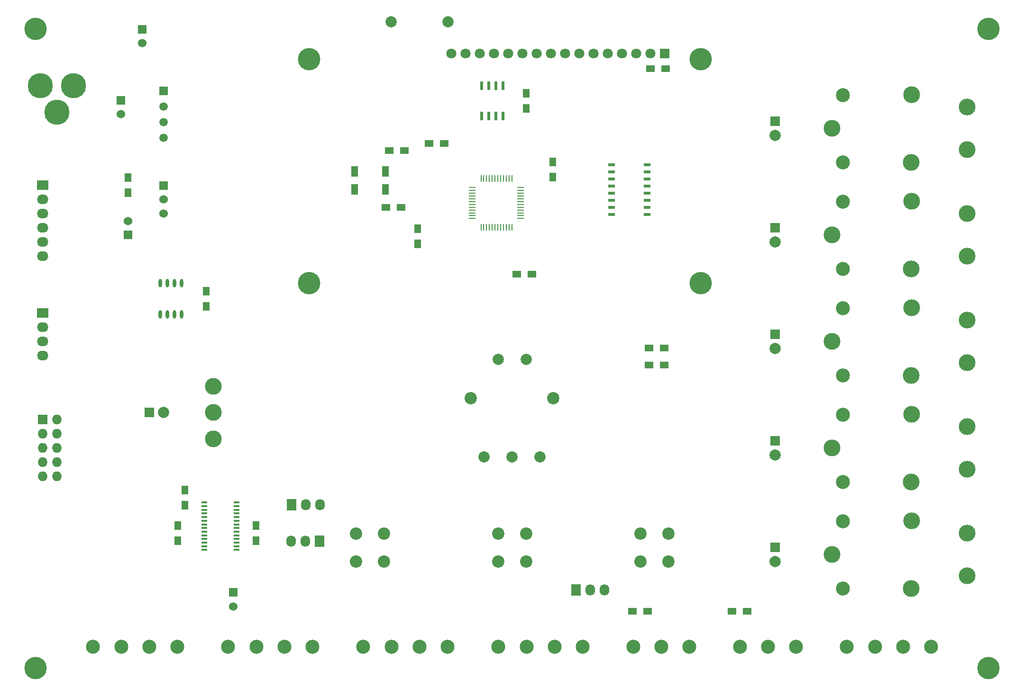
<source format=gbr>
G04 #@! TF.FileFunction,Soldermask,Top*
%FSLAX46Y46*%
G04 Gerber Fmt 4.6, Leading zero omitted, Abs format (unit mm)*
G04 Created by KiCad (PCBNEW 0.201503150816+5513~22~ubuntu14.04.1-product) date Thu 23 Apr 2015 07:11:57 PM EDT*
%MOMM*%
G01*
G04 APERTURE LIST*
%ADD10C,0.100000*%
%ADD11C,4.000000*%
%ADD12R,1.300000X1.500000*%
%ADD13R,1.524000X1.524000*%
%ADD14C,1.524000*%
%ADD15C,1.998980*%
%ADD16R,1.699260X1.699260*%
%ADD17R,1.727200X2.032000*%
%ADD18O,1.727200X2.032000*%
%ADD19C,2.500000*%
%ADD20C,3.000000*%
%ADD21R,2.032000X1.727200*%
%ADD22O,2.032000X1.727200*%
%ADD23C,4.500000*%
%ADD24R,1.500000X1.300000*%
%ADD25C,2.200000*%
%ADD26C,2.000000*%
%ADD27C,1.800000*%
%ADD28R,1.800000X1.800000*%
%ADD29R,1.100000X0.400000*%
%ADD30O,0.609600X1.473200*%
%ADD31C,1.500000*%
%ADD32R,1.500000X1.500000*%
%ADD33R,1.727200X1.727200*%
%ADD34O,1.727200X1.727200*%
%ADD35R,1.300000X0.250000*%
%ADD36R,0.250000X1.300000*%
%ADD37R,0.600000X1.550000*%
%ADD38R,1.143000X0.508000*%
%ADD39R,1.300000X1.900000*%
G04 APERTURE END LIST*
D10*
D11*
X57150000Y-38100000D03*
X57150000Y-152400000D03*
X227330000Y-38100000D03*
D12*
X83820000Y-120570000D03*
X83820000Y-123270000D03*
X82550000Y-126920000D03*
X82550000Y-129620000D03*
X96520000Y-126920000D03*
X96520000Y-129620000D03*
X87630000Y-87710000D03*
X87630000Y-85010000D03*
D13*
X76200000Y-38120000D03*
D14*
X76200000Y-40620000D03*
D12*
X73660000Y-64690000D03*
X73660000Y-67390000D03*
D13*
X73660000Y-74910000D03*
D14*
X73660000Y-72410000D03*
D13*
X72390000Y-50820000D03*
D14*
X72390000Y-53320000D03*
D13*
X92456000Y-138831000D03*
D14*
X92456000Y-141331000D03*
D15*
X189230000Y-57150000D03*
D16*
X189230000Y-54610000D03*
D15*
X189230000Y-95250000D03*
D16*
X189230000Y-92710000D03*
D15*
X189230000Y-114300000D03*
D16*
X189230000Y-111760000D03*
D15*
X189230000Y-76200000D03*
D16*
X189230000Y-73660000D03*
D15*
X189230000Y-133350000D03*
D16*
X189230000Y-130810000D03*
D15*
X80010000Y-106680000D03*
D16*
X77470000Y-106680000D03*
D17*
X102870000Y-123190000D03*
D18*
X105410000Y-123190000D03*
X107950000Y-123190000D03*
D17*
X107823000Y-129667000D03*
D18*
X105283000Y-129667000D03*
X102743000Y-129667000D03*
D17*
X153670000Y-138430000D03*
D18*
X156210000Y-138430000D03*
X158750000Y-138430000D03*
D19*
X201340000Y-61930000D03*
D20*
X213540000Y-61930000D03*
X213590000Y-49880000D03*
D19*
X201340000Y-49930000D03*
D20*
X199390000Y-55880000D03*
D19*
X201340000Y-80980000D03*
D20*
X213540000Y-80980000D03*
X213590000Y-68930000D03*
D19*
X201340000Y-68980000D03*
D20*
X199390000Y-74930000D03*
D19*
X201340000Y-100030000D03*
D20*
X213540000Y-100030000D03*
X213590000Y-87980000D03*
D19*
X201340000Y-88030000D03*
D20*
X199390000Y-93980000D03*
D19*
X201340000Y-138130000D03*
D20*
X213540000Y-138130000D03*
X213590000Y-126080000D03*
D19*
X201340000Y-126130000D03*
D20*
X199390000Y-132080000D03*
D19*
X201340000Y-119080000D03*
D20*
X213540000Y-119080000D03*
X213590000Y-107030000D03*
D19*
X201340000Y-107080000D03*
D20*
X199390000Y-113030000D03*
D21*
X58420000Y-88900000D03*
D22*
X58420000Y-91440000D03*
X58420000Y-93980000D03*
X58420000Y-96520000D03*
D21*
X58420000Y-66040000D03*
D22*
X58420000Y-68580000D03*
X58420000Y-71120000D03*
X58420000Y-73660000D03*
X58420000Y-76200000D03*
X58420000Y-78740000D03*
D19*
X82430000Y-148590000D03*
X77430000Y-148590000D03*
X72430000Y-148590000D03*
X67430000Y-148590000D03*
X106560000Y-148590000D03*
X101560000Y-148590000D03*
X96560000Y-148590000D03*
X91560000Y-148590000D03*
X130690000Y-148590000D03*
X125690000Y-148590000D03*
X120690000Y-148590000D03*
X115690000Y-148590000D03*
X154820000Y-148590000D03*
X149820000Y-148590000D03*
X144820000Y-148590000D03*
X139820000Y-148590000D03*
D20*
X223520000Y-52070000D03*
X223520000Y-59690000D03*
X223520000Y-71120000D03*
X223520000Y-78740000D03*
X223520000Y-90170000D03*
X223520000Y-97790000D03*
X223520000Y-128270000D03*
X223520000Y-135890000D03*
X223520000Y-109220000D03*
X223520000Y-116840000D03*
D19*
X217050000Y-148590000D03*
X212050000Y-148590000D03*
X207050000Y-148590000D03*
X202050000Y-148590000D03*
X173910000Y-148590000D03*
X163910000Y-148590000D03*
X168910000Y-148590000D03*
X192960000Y-148590000D03*
X182960000Y-148590000D03*
X187960000Y-148590000D03*
D23*
X57960000Y-48260000D03*
X63960000Y-48260000D03*
X60960000Y-52960000D03*
D15*
X120650000Y-36830000D03*
X130810000Y-36830000D03*
D24*
X169371000Y-98171000D03*
X166671000Y-98171000D03*
X166450000Y-142240000D03*
X163750000Y-142240000D03*
X184230000Y-142240000D03*
X181530000Y-142240000D03*
X169371000Y-95123000D03*
X166671000Y-95123000D03*
D25*
X139740000Y-128310000D03*
X144740000Y-133310000D03*
X144740000Y-128310000D03*
X139740000Y-133310000D03*
X114340000Y-128310000D03*
X119340000Y-133310000D03*
X119340000Y-128310000D03*
X114340000Y-133310000D03*
X165140000Y-128310000D03*
X170140000Y-133310000D03*
X170140000Y-128310000D03*
X165140000Y-133310000D03*
X134840000Y-104140000D03*
D26*
X137240000Y-114640000D03*
X142240000Y-114640000D03*
X147240000Y-114640000D03*
X139740000Y-97140000D03*
X144740000Y-97140000D03*
D25*
X149640000Y-104140000D03*
D20*
X88900000Y-111380000D03*
X88900000Y-101980000D03*
X88900000Y-106680000D03*
D27*
X133910000Y-42500000D03*
X131370000Y-42500000D03*
X136450000Y-42500000D03*
X161850000Y-42500000D03*
X149150000Y-42500000D03*
X146610000Y-42500000D03*
X144070000Y-42500000D03*
X141530000Y-42500000D03*
X151690000Y-42500000D03*
X154230000Y-42500000D03*
X156770000Y-42500000D03*
X138990000Y-42500000D03*
X159310000Y-42500000D03*
X164390000Y-42500000D03*
X166930000Y-42500000D03*
D11*
X175970000Y-83500000D03*
X105970000Y-83500000D03*
X105970000Y-43500000D03*
X175970000Y-43500000D03*
D28*
X169470000Y-42500000D03*
D29*
X87320000Y-122775000D03*
X87320000Y-123425000D03*
X87320000Y-124075000D03*
X87320000Y-124725000D03*
X87320000Y-125375000D03*
X87320000Y-126025000D03*
X87320000Y-126675000D03*
X87320000Y-127325000D03*
X87320000Y-127975000D03*
X87320000Y-128625000D03*
X87320000Y-129275000D03*
X87320000Y-129925000D03*
X87320000Y-130575000D03*
X87320000Y-131225000D03*
X93020000Y-131225000D03*
X93020000Y-130575000D03*
X93020000Y-129925000D03*
X93020000Y-129275000D03*
X93020000Y-128625000D03*
X93020000Y-127975000D03*
X93020000Y-127325000D03*
X93020000Y-126675000D03*
X93020000Y-126025000D03*
X93020000Y-125375000D03*
X93020000Y-124725000D03*
X93020000Y-124075000D03*
X93020000Y-123425000D03*
X93020000Y-122775000D03*
D14*
X80010000Y-71080000D03*
D13*
X80010000Y-66080000D03*
D14*
X80010000Y-68580000D03*
D30*
X79375000Y-89154000D03*
X80645000Y-89154000D03*
X81915000Y-89154000D03*
X83185000Y-89154000D03*
X83185000Y-83566000D03*
X81915000Y-83566000D03*
X80645000Y-83566000D03*
X79375000Y-83566000D03*
D31*
X80010000Y-57540000D03*
D32*
X80010000Y-49140000D03*
D31*
X80010000Y-51940000D03*
X80010000Y-54740000D03*
D11*
X227330000Y-152400000D03*
D33*
X58420000Y-107950000D03*
D34*
X60960000Y-107950000D03*
X58420000Y-110490000D03*
X60960000Y-110490000D03*
X58420000Y-113030000D03*
X60960000Y-113030000D03*
X58420000Y-115570000D03*
X60960000Y-115570000D03*
X58420000Y-118110000D03*
X60960000Y-118110000D03*
D12*
X144780000Y-52277000D03*
X144780000Y-49577000D03*
X149479000Y-61896000D03*
X149479000Y-64596000D03*
D24*
X145749000Y-81915000D03*
X143049000Y-81915000D03*
D12*
X125349000Y-76534000D03*
X125349000Y-73834000D03*
D24*
X127428000Y-58547000D03*
X130128000Y-58547000D03*
X123016000Y-59817000D03*
X120316000Y-59817000D03*
X122381000Y-69977000D03*
X119681000Y-69977000D03*
X166925000Y-45212000D03*
X169625000Y-45212000D03*
D35*
X135096000Y-66465000D03*
X135096000Y-66965000D03*
X135096000Y-67465000D03*
X135096000Y-67965000D03*
X135096000Y-68465000D03*
X135096000Y-68965000D03*
X135096000Y-69465000D03*
X135096000Y-69965000D03*
X135096000Y-70465000D03*
X135096000Y-70965000D03*
X135096000Y-71465000D03*
X135096000Y-71965000D03*
D36*
X136696000Y-73565000D03*
X137196000Y-73565000D03*
X137696000Y-73565000D03*
X138196000Y-73565000D03*
X138696000Y-73565000D03*
X139196000Y-73565000D03*
X139696000Y-73565000D03*
X140196000Y-73565000D03*
X140696000Y-73565000D03*
X141196000Y-73565000D03*
X141696000Y-73565000D03*
X142196000Y-73565000D03*
D35*
X143796000Y-71965000D03*
X143796000Y-71465000D03*
X143796000Y-70965000D03*
X143796000Y-70465000D03*
X143796000Y-69965000D03*
X143796000Y-69465000D03*
X143796000Y-68965000D03*
X143796000Y-68465000D03*
X143796000Y-67965000D03*
X143796000Y-67465000D03*
X143796000Y-66965000D03*
X143796000Y-66465000D03*
D36*
X142196000Y-64865000D03*
X141696000Y-64865000D03*
X141196000Y-64865000D03*
X140696000Y-64865000D03*
X140196000Y-64865000D03*
X139696000Y-64865000D03*
X139196000Y-64865000D03*
X138696000Y-64865000D03*
X138196000Y-64865000D03*
X137696000Y-64865000D03*
X137196000Y-64865000D03*
X136696000Y-64865000D03*
D37*
X140589000Y-48227000D03*
X139319000Y-48227000D03*
X138049000Y-48227000D03*
X136779000Y-48227000D03*
X136779000Y-53627000D03*
X138049000Y-53627000D03*
X139319000Y-53627000D03*
X140589000Y-53627000D03*
D38*
X166370000Y-62357000D03*
X166370000Y-64897000D03*
X166370000Y-66167000D03*
X166370000Y-67437000D03*
X166370000Y-68707000D03*
X166370000Y-69977000D03*
X166370000Y-71247000D03*
X160020000Y-71247000D03*
X160020000Y-69977000D03*
X160020000Y-68707000D03*
X160020000Y-67437000D03*
X160020000Y-66167000D03*
X160020000Y-64897000D03*
X160020000Y-63627000D03*
X160020000Y-62357000D03*
X166370000Y-63627000D03*
D39*
X114090000Y-66751000D03*
X119590000Y-66751000D03*
X119590000Y-63551000D03*
X114090000Y-63551000D03*
M02*

</source>
